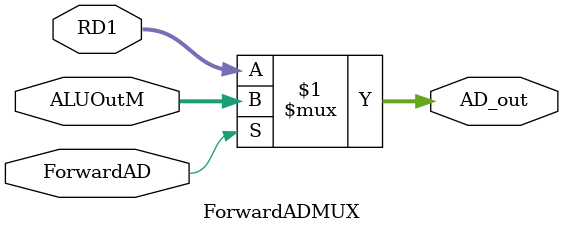
<source format=v>
module ForwardADMUX(RD1, ALUOutM, ForwardAD, AD_out);
input [31:0] RD1, ALUOutM;
input ForwardAD;

output [31:0] AD_out;

assign AD_out = ForwardAD ? ALUOutM : RD1;

endmodule

</source>
